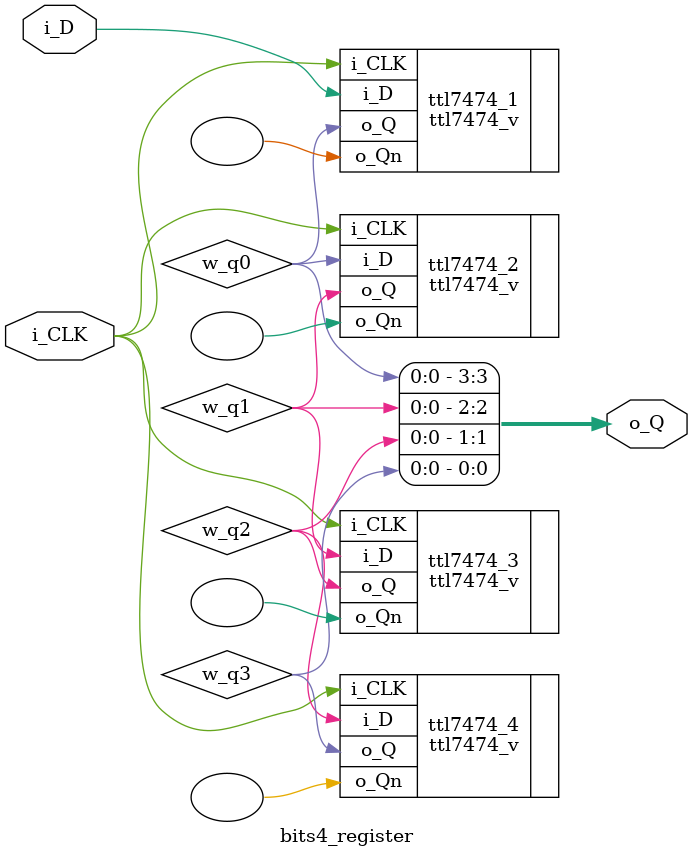
<source format=v>
module bits4_register (
  input i_D,
  output [3:0] o_Q,
  input i_CLK
  );

  // RTL
  /*
  wire w_q0;
  wire w_q1;
  wire w_q2;
  wire w_q3;

  assign o_Q = {w_q3, w_q2, w_q1, w_q0};
  ttl7474 ttl7474_1(
    .i_D(i_D),
    .o_Q(w_q0),
    .o_Qn(),
    .i_CLK(i_CLK)
    );

  ttl7474 ttl7474_2(
    .i_D(w_q0),
    .o_Q(w_q1),
    .o_Qn(),
    .i_CLK(i_CLK)
    );

  ttl7474 ttl7474_3(
    .i_D(w_q1),
    .o_Q(w_q2),
    .o_Qn(),
    .i_CLK(i_CLK)
    );

  ttl7474 ttl7474_4(
    .i_D(w_q2),
    .o_Q(w_q3),
    .o_Qn(),
    .i_CLK(i_CLK)
    );
	*/
  // modelsim
  
  wire w_q0;
  wire w_q1;
  wire w_q2;
  wire w_q3;

  assign o_Q = {w_q0, w_q1, w_q2, w_q3};
  ttl7474_v ttl7474_1(
    .i_D(i_D),
    .o_Q(w_q0),
    .o_Qn(),
    .i_CLK(i_CLK)
    );

  ttl7474_v ttl7474_2(
    .i_D(w_q0),
    .o_Q(w_q1),
    .o_Qn(),
    .i_CLK(i_CLK)
    );

  ttl7474_v ttl7474_3(
    .i_D(w_q1),
    .o_Q(w_q2),
    .o_Qn(),
    .i_CLK(i_CLK)
    );

  ttl7474_v ttl7474_4(
    .i_D(w_q2),
    .o_Q(w_q3),
    .o_Qn(),
    .i_CLK(i_CLK)
    );
  

endmodule //ttl7474_top

</source>
